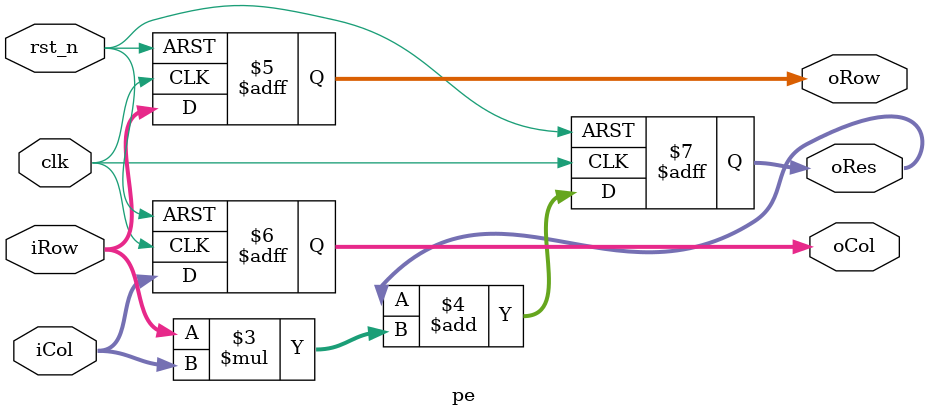
<source format=v>
module pe #(
    parameter BW = 8, // bitwidth
    parameter N = 5
) (
    input clk, // posedge-triggered
    input rst_n, // negedge-triggered
    input [BW-1:0] iRow,
    input [BW-1:0] iCol,
    output reg [BW-1:0] oRow,
    output reg [BW-1:0] oCol,
    output reg [N*2*BW-1:0] oRes
);

always @(posedge clk or negedge rst_n) begin
    if(!rst_n) begin
        oRow <= {BW{1'b0}};
        oCol <= {BW{1'b0}};
        oRes <= {(N*2*BW){1'b0}};
    end
    else begin
        oRow <= iRow;
        oCol <= iCol;
        oRes <= oRes + iRow * iCol;
    end
end
    
endmodule
</source>
